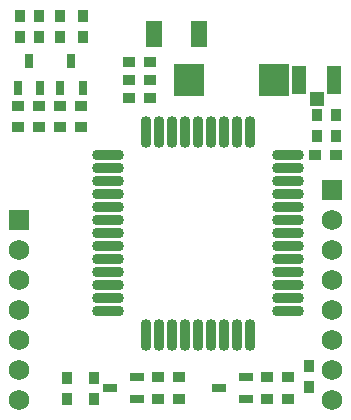
<source format=gts>
%FSLAX25Y25*%
%MOIN*%
G70*
G01*
G75*
G04 Layer_Color=8388736*
%ADD10C,0.03150*%
%ADD11R,0.04299X0.02362*%
%ADD12O,0.09843X0.02756*%
%ADD13O,0.02756X0.09843*%
%ADD14R,0.03500X0.03000*%
%ADD15R,0.02362X0.04299*%
%ADD16R,0.03000X0.03500*%
%ADD17R,0.09449X0.10236*%
%ADD18R,0.04921X0.07874*%
%ADD19R,0.03937X0.04331*%
%ADD20R,0.04134X0.08661*%
%ADD21C,0.01000*%
%ADD22C,0.00800*%
%ADD23C,0.02000*%
%ADD24C,0.02500*%
%ADD25C,0.01500*%
%ADD26C,0.06000*%
%ADD27R,0.06000X0.06000*%
%ADD28C,0.02500*%
%ADD29R,0.01181X0.02165*%
%ADD30R,0.03150X0.05118*%
%ADD31R,0.11811X0.04213*%
%ADD32R,0.10236X0.09449*%
%ADD33R,0.37008X0.27559*%
%ADD34R,0.05906X0.06693*%
%ADD35C,0.01200*%
%ADD36C,0.06000*%
%ADD37C,0.04000*%
%ADD38C,0.00500*%
%ADD39C,0.01600*%
%ADD40C,0.00600*%
%ADD41R,0.01870X0.17323*%
%ADD42R,0.01181X0.08412*%
%ADD43R,0.17323X0.01870*%
%ADD44R,0.05099X0.03162*%
%ADD45O,0.10642X0.03556*%
%ADD46O,0.03556X0.10642*%
%ADD47R,0.04300X0.03800*%
%ADD48R,0.03162X0.05099*%
%ADD49R,0.03800X0.04300*%
%ADD50R,0.10249X0.11036*%
%ADD51R,0.05721X0.08674*%
%ADD52R,0.04737X0.05131*%
%ADD53R,0.04934X0.09461*%
%ADD54C,0.06800*%
%ADD55R,0.06800X0.06800*%
D44*
X38024Y9740D02*
D03*
X47110Y13480D02*
D03*
Y6000D02*
D03*
X83510D02*
D03*
Y13480D02*
D03*
X74424Y9740D02*
D03*
D45*
X37292Y39604D02*
D03*
Y35273D02*
D03*
X97528D02*
D03*
Y39604D02*
D03*
Y43935D02*
D03*
Y48265D02*
D03*
Y52596D02*
D03*
Y56927D02*
D03*
Y61257D02*
D03*
Y65588D02*
D03*
Y69919D02*
D03*
Y74250D02*
D03*
Y78580D02*
D03*
Y82911D02*
D03*
Y87242D02*
D03*
X37292Y43935D02*
D03*
Y48265D02*
D03*
Y52596D02*
D03*
Y56927D02*
D03*
Y61257D02*
D03*
Y65588D02*
D03*
Y69919D02*
D03*
Y74250D02*
D03*
Y78580D02*
D03*
Y82911D02*
D03*
Y87242D02*
D03*
D46*
X50087Y27399D02*
D03*
X54418D02*
D03*
X58749D02*
D03*
X63080D02*
D03*
X67410Y27358D02*
D03*
X71741Y27399D02*
D03*
X76072D02*
D03*
X80402D02*
D03*
X84733D02*
D03*
Y95116D02*
D03*
X80402D02*
D03*
X76072D02*
D03*
X71741D02*
D03*
X67410D02*
D03*
X63080D02*
D03*
X58749D02*
D03*
X54418D02*
D03*
X50087D02*
D03*
D47*
X14353Y96658D02*
D03*
X7353D02*
D03*
X21410Y103657D02*
D03*
Y96658D02*
D03*
X90510Y6000D02*
D03*
X7353Y103657D02*
D03*
X54110Y6000D02*
D03*
X61110D02*
D03*
X54110Y13480D02*
D03*
X61110D02*
D03*
X106528Y87242D02*
D03*
X113528D02*
D03*
X97510Y6000D02*
D03*
Y13480D02*
D03*
X90510D02*
D03*
X44410Y112258D02*
D03*
X51410D02*
D03*
X44410Y118257D02*
D03*
X51410D02*
D03*
X44410Y106257D02*
D03*
X51410D02*
D03*
X28410Y103657D02*
D03*
Y96658D02*
D03*
X14353Y103657D02*
D03*
D48*
X11093Y118744D02*
D03*
X14833Y109658D02*
D03*
X7353D02*
D03*
X25150Y118744D02*
D03*
X21410Y109658D02*
D03*
X28891D02*
D03*
D49*
X21410Y126758D02*
D03*
X14410D02*
D03*
X32610Y6000D02*
D03*
Y13000D02*
D03*
X21410Y133757D02*
D03*
X14410D02*
D03*
X28910D02*
D03*
Y126758D02*
D03*
X7910Y133757D02*
D03*
Y126758D02*
D03*
X104249Y17157D02*
D03*
Y10158D02*
D03*
X23610Y6000D02*
D03*
Y13000D02*
D03*
X107028Y100742D02*
D03*
Y93742D02*
D03*
X113228Y100742D02*
D03*
Y93742D02*
D03*
D50*
X64237Y112258D02*
D03*
X92584D02*
D03*
D51*
X67631Y127657D02*
D03*
X52867D02*
D03*
D52*
X107028Y105942D02*
D03*
D53*
X101221Y112242D02*
D03*
X112835D02*
D03*
D54*
X111910Y45757D02*
D03*
Y65758D02*
D03*
Y5757D02*
D03*
X7580D02*
D03*
Y15757D02*
D03*
Y25758D02*
D03*
Y35757D02*
D03*
Y45757D02*
D03*
Y55757D02*
D03*
X111910D02*
D03*
Y35757D02*
D03*
Y25758D02*
D03*
Y15757D02*
D03*
D55*
X7580Y65758D02*
D03*
X111910Y75757D02*
D03*
M02*

</source>
